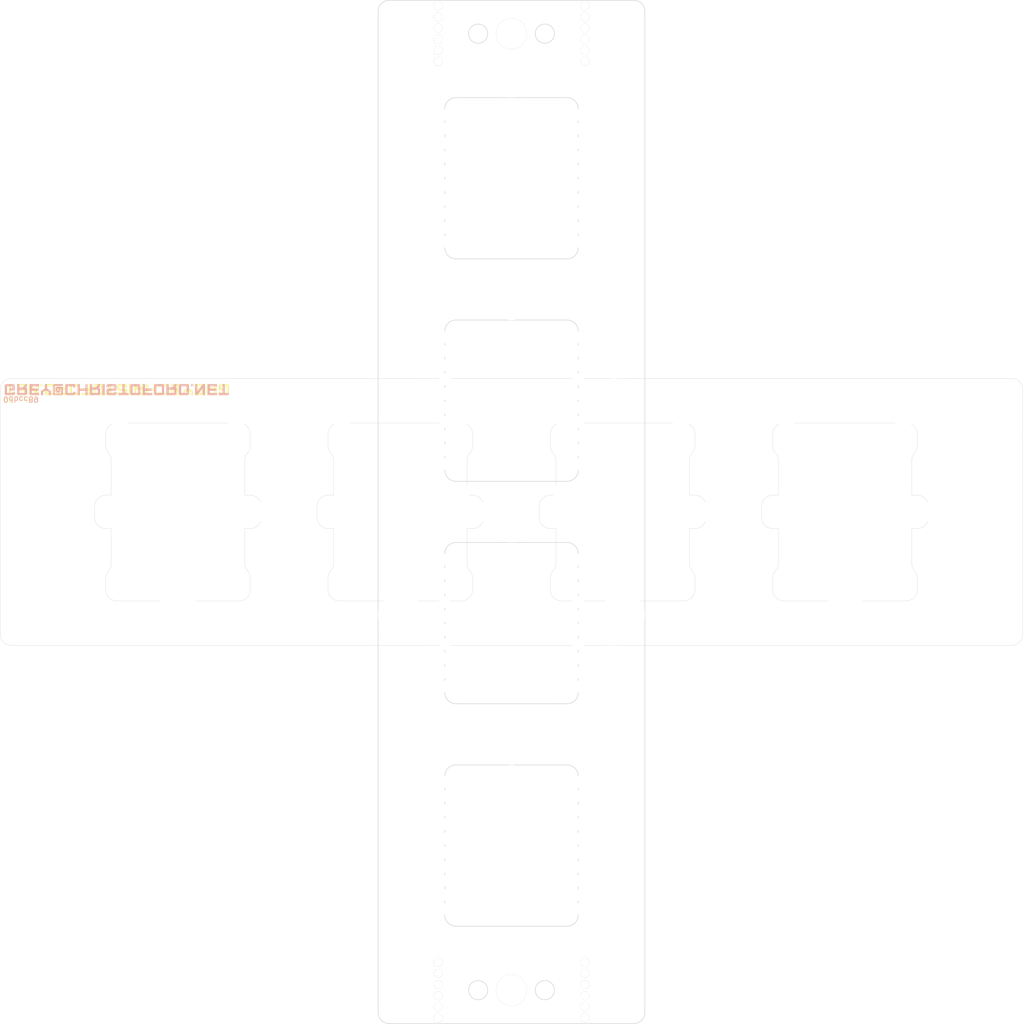
<source format=kicad_pcb>
(kicad_pcb (version 20210722) (generator pcbnew)
  (layers (0 "F.Cu" signal) (31 "B.Cu" signal) (34 "B.Paste" user) (35 "F.Paste" user) (36 "B.SilkS" user "B.Silkscreen") (37 "F.SilkS" user "F.Silkscreen") (38 "B.Mask" user) (39 "F.Mask" user) (44 "Edge.Cuts" user))
  (net 0 "")
  (footprint "" (layer "F.Cu") (at 14 59)
    (fp_text reference "")
    (fp_text value "")
  )
  (footprint "" (layer "F.Cu") (at -12 8.59)
    (fp_text reference "")
    (fp_text value "")
  )
  (footprint "custom_footprints:MountingHole_1.0mm" (layer "F.Cu") (at -89 -13.2)
    (fp_text reference "H14" hide)
    (fp_text value "MountingHole" hide)
  )
  (footprint "custom_footprints:MountingHole_1.0mm" (layer "F.Cu") (at -81 13.2)
    (fp_text reference "H6" hide)
    (fp_text value "MountingHole" hide)
  )
  (footprint "" (layer "F.Cu") (at 0 1.5)
    (fp_text reference "")
    (fp_text value "")
  )
  (footprint "" (layer "F.Cu") (at -16 -67)
    (fp_text reference "")
    (fp_text value "")
  )
  (footprint "" (layer "F.Cu") (at -14 15)
    (fp_text reference "")
    (fp_text value "")
  )
  (footprint "" (layer "F.Cu") (at 13.2 -91)
    (fp_text reference "")
    (fp_text value "")
  )
  (footprint "" (layer "F.Cu") (at 13.2 85)
    (fp_text reference "")
    (fp_text value "")
  )
  (footprint "" (layer "F.Cu") (at 13.2 -89)
    (fp_text reference "")
    (fp_text value "")
  )
  (footprint "" (layer "F.Cu") (at -16.5 29)
    (fp_text reference "")
    (fp_text value "")
  )
  (footprint "" (layer "F.Cu") (at -12 -8.59)
    (fp_text reference "")
    (fp_text value "")
  )
  (footprint "" (layer "F.Cu") (at -13.2 89)
    (fp_text reference "")
    (fp_text value "")
  )
  (footprint "custom_footprints:MountingHole_1.0mm" (layer "F.Cu") (at 83 13.2)
    (fp_text reference "H13" hide)
    (fp_text value "MountingHole" hide)
  )
  (footprint "custom_footprints:MountingHole_1.0mm" (layer "F.Cu") (at -87 -13.2)
    (fp_text reference "H20" hide)
    (fp_text value "MountingHole" hide)
  )
  (footprint "" (layer "F.Cu") (at -13.2 -87)
    (fp_text reference "")
    (fp_text value "")
  )
  (footprint "" (layer "F.Cu") (at -13.2 87)
    (fp_text reference "")
    (fp_text value "")
  )
  (footprint "" (layer "F.Cu") (at -16 -63)
    (fp_text reference "")
    (fp_text value "")
  )
  (footprint "" (layer "F.Cu") (at 16 19)
    (fp_text reference "")
    (fp_text value "")
  )
  (footprint "" (layer "F.Cu") (at -13.2 87)
    (fp_text reference "")
    (fp_text value "")
  )
  (footprint "" (layer "F.Cu") (at -14 -61)
    (fp_text reference "")
    (fp_text value "")
  )
  (footprint "" (layer "F.Cu") (at 6 86)
    (fp_text reference "")
    (fp_text value "")
  )
  (footprint "" (layer "F.Cu") (at -14 67)
    (fp_text reference "")
    (fp_text value "")
  )
  (footprint "" (layer "F.Cu") (at -15 75)
    (fp_text reference "")
    (fp_text value "")
  )
  (footprint "" (layer "F.Cu") (at 12 -68.91)
    (fp_text reference "")
    (fp_text value "")
  )
  (footprint "custom_footprints:MountingHole_3.15mm" (layer "F.Cu") (at 9.5 -16.5)
    (fp_text reference "H45" hide)
    (fp_text value "MountingHole" hide)
  )
  (footprint "" (layer "F.Cu") (at 16 57)
    (fp_text reference "")
    (fp_text value "")
  )
  (footprint "" (layer "F.Cu") (at -12 -53.67)
    (fp_text reference "")
    (fp_text value "")
  )
  (footprint "" (layer "F.Cu") (at 14 -17)
    (fp_text reference "")
    (fp_text value "")
  )
  (footprint "" (layer "F.Cu") (at -14 -25)
    (fp_text reference "")
    (fp_text value "")
  )
  (footprint "custom_footprints:MountingHole_3.15mm" (layer "F.Cu") (at 43.5 10.5)
    (fp_text reference "H51" hide)
    (fp_text value "MountingHole" hide)
  )
  (footprint "" (layer "F.Cu") (at -14 21)
    (fp_text reference "")
    (fp_text value "")
  )
  (footprint "" (layer "F.Cu") (at -12 -31.41)
    (fp_text reference "")
    (fp_text value "")
  )
  (footprint "" (layer "F.Cu") (at 12 -8.59)
    (fp_text reference "")
    (fp_text value "")
  )
  (footprint "" (layer "F.Cu") (at 12 26.33)
    (fp_text reference "")
    (fp_text value "")
  )
  (footprint "" (layer "F.Cu") (at -16 31)
    (fp_text reference "")
    (fp_text value "")
  )
  (footprint "" (layer "F.Cu") (at -14.723446 4.608757)
    (fp_text reference "")
    (fp_text value "")
  )
  (footprint "" (layer "F.Cu") (at 9 36.5)
    (fp_text reference "")
    (fp_text value "")
  )
  (footprint "" (layer "F.Cu") (at -16 13)
    (fp_text reference "")
    (fp_text value "")
  )
  (footprint "custom_footprints:MountingHole_3.45mm" (layer "F.Cu") (at 86 -6)
    (fp_text reference "H26" hide)
    (fp_text value "MountingHole" hide)
  )
  (footprint "" (layer "F.Cu") (at 14 -15)
    (fp_text reference "")
    (fp_text value "")
  )
  (footprint "" (layer "F.Cu") (at 12 -71.41)
    (fp_text reference "")
    (fp_text value "")
  )
  (footprint "" (layer "F.Cu") (at -16.5 69)
    (fp_text reference "")
    (fp_text value "")
  )
  (footprint "" (layer "F.Cu") (at 13.2 -85)
    (fp_text reference "")
    (fp_text value "")
  )
  (footprint "" (layer "F.Cu") (at -14 -59)
    (fp_text reference "")
    (fp_text value "")
  )
  (footprint "" (layer "F.Cu") (at 0 -86)
    (fp_text reference "")
    (fp_text value "")
  )
  (footprint "" (layer "F.Cu") (at -16 27)
    (fp_text reference "")
    (fp_text value "")
  )
  (footprint "" (layer "F.Cu") (at -12 -23.83)
    (fp_text reference "")
    (fp_text value "")
  )
  (footprint "" (layer "F.Cu") (at -12 48.59)
    (fp_text reference "")
    (fp_text value "")
  )
  (footprint "custom_footprints:MountingHole_1.0mm" (layer "F.Cu") (at 81 13.2)
    (fp_text reference "H7" hide)
    (fp_text value "MountingHole" hide)
  )
  (footprint "" (layer "F.Cu") (at 13.2 87)
    (fp_text reference "")
    (fp_text value "")
  )
  (footprint "custom_footprints:MountingHole_1.0mm" (layer "F.Cu") (at -85 13.2)
    (fp_text reference "H16" hide)
    (fp_text value "MountingHole" hide)
  )
  (footprint "MountingHole:MountingHole_5.5mm" (layer "F.Cu") (at -86 0)
    (fp_text reference "H27" hide)
    (fp_text value "MountingHole")
  )
  (footprint "" (layer "F.Cu") (at -6 86)
    (fp_text reference "")
    (fp_text value "")
  )
  (footprint "" (layer "F.Cu") (at 12 53.67)
    (fp_text reference "")
    (fp_text value "")
  )
  (footprint "" (layer "F.Cu") (at -16 11)
    (fp_text reference "")
    (fp_text value "")
  )
  (footprint "" (layer "F.Cu") (at -14 -29)
    (fp_text reference "")
    (fp_text value "")
  )
  (footprint "" (layer "F.Cu") (at -12 -51.09)
    (fp_text reference "")
    (fp_text value "")
  )
  (footprint "" (layer "F.Cu") (at -16 59)
    (fp_text reference "")
    (fp_text value "")
  )
  (footprint "custom_footprints:MountingHole_1.0mm" (layer "F.Cu") (at -85 -13.2)
    (fp_text reference "H23" hide)
    (fp_text value "MountingHole" hide)
  )
  (footprint "custom_footprints:MountingHole_3.15mm" (layer "F.Cu") (at 43.5 -10.5)
    (fp_text reference "H42" hide)
    (fp_text value "MountingHole" hide)
  )
  (footprint "custom_footprints:MountingHole_3.15mm" (layer "F.Cu") (at -76.5 10.5)
    (fp_text reference "H31" hide)
    (fp_text value "MountingHole" hide)
  )
  (footprint "" (layer "F.Cu") (at 14 -9)
    (fp_text reference "")
    (fp_text value "")
  )
  (footprint "" (layer "F.Cu") (at -14 -67)
    (fp_text reference "")
    (fp_text value "")
  )
  (footprint "custom_footprints:MountingHole_1.0mm" (layer "F.Cu") (at 91 -13.2)
    (fp_text reference "H9" hide)
    (fp_text value "MountingHole" hide)
  )
  (footprint "" (layer "F.Cu") (at 16 65)
    (fp_text reference "")
    (fp_text value "")
  )
  (footprint "" (layer "F.Cu") (at 13.2 83)
    (fp_text reference "")
    (fp_text value "")
  )
  (footprint "" (layer "F.Cu") (at 12 -51.09)
    (fp_text reference "")
    (fp_text value "")
  )
  (footprint "" (layer "F.Cu") (at -16.5 51)
    (fp_text reference "")
    (fp_text value "")
  )
  (footprint "" (layer "F.Cu") (at 13.2 -91)
    (fp_text reference "")
    (fp_text value "")
  )
  (footprint "" (layer "F.Cu") (at -13.2 83)
    (fp_text reference "")
    (fp_text value "")
  )
  (footprint "" (layer "F.Cu") (at -12 16.17)
    (fp_text reference "")
    (fp_text value "")
  )
  (footprint "" (layer "F.Cu") (at -14 31)
    (fp_text reference "")
    (fp_text value "")
  )
  (footprint "" (layer "F.Cu") (at 16 59)
    (fp_text reference "")
    (fp_text value "")
  )
  (footprint "" (layer "F.Cu") (at 16 13)
    (fp_text reference "")
    (fp_text value "")
  )
  (footprint "" (layer "F.Cu") (at 16 61)
    (fp_text reference "")
    (fp_text value "")
  )
  (footprint "custom_footprints:MountingHole_3.15mm" (layer "F.Cu") (at -30.5 -16.5)
    (fp_text reference "H41" hide)
    (fp_text value "MountingHole" hide)
  )
  (footprint "" (layer "F.Cu") (at 12 56.17)
    (fp_text reference "")
    (fp_text value "")
  )
  (footprint "" (layer "F.Cu") (at -14 71)
    (fp_text reference "")
    (fp_text value "")
  )
  (footprint "" (layer "F.Cu") (at -14 11)
    (fp_text reference "")
    (fp_text value "")
  )
  (footprint "" (layer "F.Cu") (at -12 18.75)
    (fp_text reference "")
    (fp_text value "")
  )
  (footprint "" (layer "F.Cu") (at 12 8.59)
    (fp_text reference "")
    (fp_text value "")
  )
  (footprint "" (layer "F.Cu") (at -14 -15)
    (fp_text reference "")
    (fp_text value "")
  )
  (footprint "" (layer "F.Cu") (at 15.391242 -5.276553)
    (fp_text reference "")
    (fp_text value "")
  )
  (footprint "" (layer "F.Cu") (at 13.2 -87)
    (fp_text reference "")
    (fp_text value "")
  )
  (footprint "" (layer "F.Cu") (at 14 21)
    (fp_text reference "")
    (fp_text value "")
  )
  (footprint "" (layer "F.Cu") (at 16 55)
    (fp_text reference "")
    (fp_text value "")
  )
  (footprint "" (layer "F.Cu") (at -12 -71.41)
    (fp_text reference "")
    (fp_text value "")
  )
  (footprint "" (layer "F.Cu") (at 13.2 81)
    (fp_text reference "")
    (fp_text value "")
  )
  (footprint "" (layer "F.Cu") (at 12 -66.33)
    (fp_text reference "")
    (fp_text value "")
  )
  (footprint "" (layer "F.Cu") (at -16 -19)
    (fp_text reference "")
    (fp_text value "")
  )
  (footprint "" (layer "F.Cu") (at 14 -19)
    (fp_text reference "")
    (fp_text value "")
  )
  (footprint "" (layer "F.Cu") (at -6 -86)
    (fp_text reference "")
    (fp_text value "")
  )
  (footprint "" (layer "F.Cu") (at 14 29)
    (fp_text reference "")
    (fp_text value "")
  )
  (footprint "" (layer "F.Cu") (at 14 -25)
    (fp_text reference "")
    (fp_text value "")
  )
  (footprint "" (layer "F.Cu") (at -13.2 -85)
    (fp_text reference "")
    (fp_text value "")
  )
  (footprint "" (layer "F.Cu") (at 14 55)
    (fp_text reference "")
    (fp_text value "")
  )
  (footprint "" (layer "F.Cu") (at -14 -57)
    (fp_text reference "")
    (fp_text value "")
  )
  (footprint "" (layer "F.Cu") (at 12 31.41)
    (fp_text reference "")
    (fp_text value "")
  )
  (footprint "" (layer "F.Cu") (at -9 -43.5)
    (fp_text reference "")
    (fp_text value "")
  )
  (footprint "" (layer "F.Cu") (at 14 53)
    (fp_text reference "")
    (fp_text value "")
  )
  (footprint "" (layer "F.Cu") (at -14 55)
    (fp_text reference "")
    (fp_text value "")
  )
  (footprint "" (layer "F.Cu") (at 18.5 20)
    (fp_text reference "")
    (fp_text value "")
  )
  (footprint "" (layer "F.Cu") (at 13.2 91)
    (fp_text reference "")
    (fp_text value "")
  )
  (footprint "" (layer "F.Cu") (at 12 -48.59)
    (fp_text reference "")
    (fp_text value "")
  )
  (footprint "" (layer "F.Cu") (at 14 -71)
    (fp_text reference "")
    (fp_text value "")
  )
  (footprint "" (layer "F.Cu") (at 12 71.41)
    (fp_text reference "")
    (fp_text value "")
  )
  (footprint "custom_footprints:MountingHole_3.15mm" (layer "F.Cu") (at -70.5 -16.5)
    (fp_text reference "H32" hide)
    (fp_text value "MountingHole" hide)
  )
  (footprint "" (layer "F.Cu") (at 14 -69)
    (fp_text reference "")
    (fp_text value "")
  )
  (footprint "" (layer "F.Cu") (at -15 35)
    (fp_text reference "")
    (fp_text value "")
  )
  (footprint "" (layer "F.Cu") (at -14 -23)
    (fp_text reference "")
    (fp_text value "")
  )
  (footprint "" (layer "F.Cu") (at -16 63)
    (fp_text reference "")
    (fp_text value "")
  )
  (footprint "" (layer "F.Cu") (at -14 49)
    (fp_text reference "")
    (fp_text value "")
  )
  (footprint "custom_footprints:MountingHole_8.0mm" (layer "F.Cu") (at -1.5 0)
    (fp_text reference "H46" hide)
    (fp_text value "MountingHole" hide)
  )
  (footprint "" (layer "F.Cu") (at 16 21)
    (fp_text reference "")
    (fp_text value "")
  )
  (footprint "" (layer "F.Cu") (at -16 51)
    (fp_text reference "")
    (fp_text value "")
  )
  (footprint "" (layer "F.Cu") (at 14 -27)
    (fp_text reference "")
    (fp_text value "")
  )
  (footprint "" (layer "F.Cu") (at -12 53.67)
    (fp_text reference "")
    (fp_text value "")
  )
  (footprint "" (layer "F.Cu") (at -12 28.91)
    (fp_text reference "")
    (fp_text value "")
  )
  (footprint "" (layer "F.Cu") (at 14 -11)
    (fp_text reference "")
    (fp_text value "")
  )
  (footprint "" (layer "F.Cu") (at -6 -86)
    (fp_text reference "")
    (fp_text value "")
  )
  (footprint "" (layer "F.Cu") (at -14 -71)
    (fp_text reference "")
    (fp_text value "")
  )
  (footprint "" (layer "F.Cu") (at 15.391242 44.608757)
    (fp_text reference "")
    (fp_text value "")
  )
  (footprint "" (layer "F.Cu") (at 14 -57)
    (fp_text reference "")
    (fp_text value "")
  )
  (footprint "" (layer "F.Cu") (at -16 -21)
    (fp_text reference "")
    (fp_text value "")
  )
  (footprint "" (layer "F.Cu") (at -16 25)
    (fp_text reference "")
    (fp_text value "")
  )
  (footprint "" (layer "F.Cu") (at 6 -86)
    (fp_text reference "")
    (fp_text value "")
  )
  (footprint "" (layer "F.Cu") (at -12 26.33)
    (fp_text reference "")
    (fp_text value "")
  )
  (footprint "" (layer "F.Cu") (at 16 -61)
    (fp_text reference "")
    (fp_text value "")
  )
  (footprint "" (layer "F.Cu") (at 16 63)
    (fp_text reference "")
    (fp_text value "")
  )
  (footprint "" (layer "F.Cu") (at -9 76.5)
    (fp_text reference "")
    (fp_text value "")
  )
  (footprint "" (layer "F.Cu") (at -13.2 85)
    (fp_text reference "")
    (fp_text value "")
  )
  (footprint "" (layer "F.Cu") (at 14 15)
    (fp_text reference "")
    (fp_text value "")
  )
  (footprint "" (layer "F.Cu") (at 13.2 89)
    (fp_text reference "")
    (fp_text value "")
  )
  (footprint "" (layer "F.Cu") (at -16 -17)
    (fp_text reference "")
    (fp_text value "")
  )
  (footprint "" (layer "F.Cu") (at -14 9)
    (fp_text reference "")
    (fp_text value "")
  )
  (footprint "custom_footprints:MountingHole_1.0mm" (layer "F.Cu") (at 87 13.2)
    (fp_text reference "H1" hide)
    (fp_text value "MountingHole" hide)
  )
  (footprint "" (layer "F.Cu") (at -14 23)
    (fp_text reference "")
    (fp_text value "")
  )
  (footprint "" (layer "F.Cu") (at 13.2 -89)
    (fp_text reference "")
    (fp_text value "")
  )
  (footprint "" (layer "F.Cu") (at 12 66.33)
    (fp_text reference "")
    (fp_text value "")
  )
  (footprint "" (layer "F.Cu") (at -12 31.41)
    (fp_text reference "")
    (fp_text value "")
  )
  (footprint "" (layer "F.Cu") (at 14 71)
    (fp_text reference "")
    (fp_text value "")
  )
  (footprint "" (layer "F.Cu") (at 0 -86)
    (fp_text reference "")
    (fp_text value "")
  )
  (footprint "" (layer "F.Cu") (at 16 23)
    (fp_text reference "")
    (fp_text value "")
  )
  (footprint "" (layer "F.Cu") (at 13.2 89)
    (fp_text reference "")
    (fp_text value "")
  )
  (footprint "" (layer "F.Cu") (at 12 -63.83)
    (fp_text reference "")
    (fp_text value "")
  )
  (footprint "custom_footprints:MountingHole_3.15mm" (layer "F.Cu") (at -36.5 -10.5)
    (fp_text reference "H39" hide)
    (fp_text value "MountingHole" hide)
  )
  (footprint "" (layer "F.Cu") (at -15 -5)
    (fp_text reference "")
    (fp_text value "")
  )
  (footprint "" (layer "F.Cu") (at 18.5 60)
    (fp_text reference "")
    (fp_text value "")
  )
  (footprint "" (layer "F.Cu") (at 16 49)
    (fp_text reference "")
    (fp_text value "")
  )
  (footprint "" (layer "F.Cu") (at -12 -21.25)
    (fp_text reference "")
    (fp_text value "")
  )
  (footprint "" (layer "F.Cu") (at 0 41.5)
    (fp_text reference "")
    (fp_text value "")
  )
  (footprint "custom_footprints:MountingHole_8.0mm" (layer "F.Cu") (at -60 18.5)
    (fp_text reference "H34" hide)
    (fp_text value "MountingHole" hide)
  )
  (footprint "" (layer "F.Cu") (at -13.2 91)
    (fp_text reference "")
    (fp_text value "")
  )
  (footprint "" (layer "F.Cu") (at -16 29)
    (fp_text reference "")
    (fp_text value "")
  )
  (footprint "" (layer "F.Cu") (at -16 57)
    (fp_text reference "")
    (fp_text value "")
  )
  (footprint "" (layer "F.Cu") (at -16 61)
    (fp_text reference "")
    (fp_text value "")
  )
  (footprint "" (layer "F.Cu") (at -16 -51)
    (fp_text reference "")
    (fp_text value "")
  )
  (footprint "" (layer "F.Cu") (at 15.391242 -75.391242)
    (fp_text reference "")
    (fp_text value "")
  )
  (footprint "" (layer "F.Cu") (at -13.2 -91)
    (fp_text reference "")
    (fp_text value "")
  )
  (footprint "" (layer "F.Cu") (at -14.723446 -35.391242)
    (fp_text reference "")
    (fp_text value "")
  )
  (footprint "" (layer "F.Cu") (at 18.5 -60)
    (fp_text reference "")
    (fp_text value "")
  )
  (footprint "" (layer "F.Cu") (at 12 18.75)
    (fp_text reference "")
    (fp_text value "")
  )
  (footprint "" (layer "F.Cu") (at 13.2 85)
    (fp_text reference "")
    (fp_text value "")
  )
  (footprint "" (layer "F.Cu") (at -13.2 85)
    (fp_text reference "")
    (fp_text value "")
  )
  (footprint "" (layer "F.Cu") (at -12 68.91)
    (fp_text reference "")
    (fp_text value "")
  )
  (footprint "" (layer "F.Cu") (at 14 65)
    (fp_text reference "")
    (fp_text value "")
  )
  (footprint "" (layer "F.Cu") (at 16 -23)
    (fp_text reference "")
    (fp_text value "")
  )
  (footprint "" (layer "F.Cu") (at -16 15)
    (fp_text reference "")
    (fp_text value "")
  )
  (footprint "custom_footprints:MountingHole_8.0mm" (layer "F.Cu") (at 20 18.5)
    (fp_text reference "H47" hide)
    (fp_text value "MountingHole" hide)
  )
  (footprint "" (layer "F.Cu") (at -14 -65)
    (fp_text reference "")
    (fp_text value "")
  )
  (footprint "" (layer "F.Cu") (at -12 63.83)
    (fp_text reference "")
    (fp_text value "")
  )
  (footprint "" (layer "F.Cu") (at -13.2 81)
    (fp_text reference "")
    (fp_text value "")
  )
  (footprint "" (layer "F.Cu") (at 12 68.91)
    (fp_text reference "")
    (fp_text value "")
  )
  (footprint "" (layer "F.Cu") (at -14 69)
    (fp_text reference "")
    (fp_text value "")
  )
  (footprint "" (layer "F.Cu") (at 12 -28.91)
    (fp_text reference "")
    (fp_text value "")
  )
  (footprint "" (layer "F.Cu") (at -16.5 -11)
    (fp_text reference "")
    (fp_text value "")
  )
  (footprint "" (layer "F.Cu") (at 0 86)
    (fp_text reference "")
    (fp_text value "")
  )
  (footprint "" (layer "F.Cu") (at -16 67)
    (fp_text reference "")
    (fp_text value "")
  )
  (footprint "" (layer "F.Cu") (at 14 11)
    (fp_text reference "")
    (fp_text value "")
  )
  (footprint "" (layer "F.Cu") (at 13.2 -91)
    (fp_text reference "")
    (fp_text value "")
  )
  (footprint "" (layer "F.Cu") (at 16 -63)
    (fp_text reference "")
    (fp_text value "")
  )
  (footprint "custom_footprints:MountingHole_8.0mm" (layer "F.Cu") (at -20 18.5)
    (fp_text reference "H53" hide)
    (fp_text value "MountingHole" hide)
  )
  (footprint "" (layer "F.Cu") (at 15.391242 74.723446)
    (fp_text reference "")
    (fp_text value "")
  )
  (footprint "" (layer "F.Cu") (at -14 19)
    (fp_text reference "")
    (fp_text value "")
  )
  (footprint "" (layer "F.Cu") (at 16 71)
    (fp_text reference "")
    (fp_text value "")
  )
  (footprint "custom_footprints:MountingHole_1.0mm" (layer "F.Cu") (at -91 -13.2)
    (fp_text reference "H21" hide)
    (fp_text value "MountingHole" hide)
  )
  (footprint "" (layer "F.Cu") (at 15.391242 34.723446)
    (fp_text reference "")
    (fp_text value "")
  )
  (footprint "" (layer "F.Cu") (at 9 76.5)
    (fp_text reference "")
    (fp_text value "")
  )
  (footprint "" (layer "F.Cu") (at 16 -71)
    (fp_text reference "")
    (fp_text value "")
  )
  (footprint "" (layer "F.Cu") (at -16 -55)
    (fp_text reference "")
    (fp_text value "")
  )
  (footprint "" (layer "F.Cu") (at 12 48.59)
    (fp_text reference "")
    (fp_text value "")
  )
  (footprint "" (layer "F.Cu") (at 14 19)
    (fp_text reference "")
    (fp_text value "")
  )
  (footprint "" (layer "F.Cu") (at 16 -31)
    (fp_text reference "")
    (fp_text value "")
  )
  (footprint "" (layer "F.Cu") (at 6 86)
    (fp_text reference "")
    (fp_text value "")
  )
  (footprint "" (layer "F.Cu") (at -16 21)
    (fp_text reference "")
    (fp_text value "")
  )
  (footprint "" (layer "F.Cu") (at 9 -43.5)
    (fp_text reference "")
    (fp_text value "")
  )
  (footprint "" (layer "F.Cu") (at -14 -13)
    (fp_text reference "")
    (fp_text value "")
  )
  (footprint "" (layer "F.Cu") (at 12 -58.75)
    (fp_text reference "")
    (fp_text value "")
  )
  (footprint "" (layer "F.Cu") (at -16 -25)
    (fp_text reference "")
    (fp_text value "")
  )
  (footprint "" (layer "F.Cu") (at -16 -59)
    (fp_text reference "")
    (fp_text value "")
  )
  (footprint "" (layer "F.Cu") (at 13.2 -83)
    (fp_text reference "")
    (fp_text value "")
  )
  (footprint "" (layer "F.Cu") (at 13.2 89)
    (fp_text reference "")
    (fp_text value "")
  )
  (footprint "" (layer "F.Cu") (at 14 27)
    (fp_text reference "")
    (fp_text value "")
  )
  (footprint "" (layer "F.Cu") (at -14 -63)
    (fp_text reference "")
    (fp_text value "")
  )
  (footprint "" (layer "F.Cu") (at -14 27)
    (fp_text reference "")
    (fp_text value "")
  )
  (footprint "" (layer "F.Cu") (at 14 49)
    (fp_text reference "")
    (fp_text value "")
  )
  (footprint "custom_footprints:logo" (layer "F.Cu") (at -71 -22 180)
    (fp_text reference "LOGO1" hide)
    (fp_text value "Logo_Open_Hardware_Small" hide)
  )
  (footprint "" (layer "F.Cu") (at -16 -69)
    (fp_text reference "")
    (fp_text value "")
  )
  (footprint "" (layer "F.Cu") (at 16 25)
    (fp_text reference "")
    (fp_text value "")
  )
  (footprint "" (layer "F.Cu") (at 14 -21)
    (fp_text reference "")
    (fp_text value "")
  )
  (footprint "" (layer "F.Cu") (at -12 11.09)
    (fp_text reference "")
    (fp_text value "")
  )
  (footprint "" (layer "F.Cu") (at -12 -48.59)
    (fp_text reference "")
    (fp_text value "")
  )
  (footprint "custom_footprints:MountingHole_3.15mm" (layer "F.Cu") (at 70.5 -16.5)
    (fp_text reference "H43" hide)
    (fp_text value "MountingHole" hide)
  )
  (footprint "" (layer "F.Cu") (at 12 -23.83)
    (fp_text reference "")
    (fp_text value "")
  )
  (footprint "" (layer "F.Cu") (at 12 -13.67)
    (fp_text reference "")
    (fp_text value "")
  )
  (footprint "" (layer "F.Cu") (at 13.2 -89)
    (fp_text reference "")
    (fp_text value "")
  )
  (footprint "" (layer "F.Cu") (at 12 58.75)
    (fp_text reference "")
    (fp_text value "")
  )
  (footprint "" (layer "F.Cu") (at -14.723446 -75.391242)
    (fp_text reference "")
    (fp_text value "")
  )
  (footprint "" (layer "F.Cu") (at 12 -26.33)
    (fp_text reference "")
    (fp_text value "")
  )
  (footprint "" (layer "F.Cu") (at 13.2 87)
    (fp_text reference "")
    (fp_text value "")
  )
  (footprint "custom_footprints:MountingHole_1.0mm" (layer "F.Cu") (at 89 -13.2)
    (fp_text reference "H8" hide)
    (fp_text value "MountingHole" hide)
  )
  (footprint "" (layer "F.Cu") (at -12 -61.25)
    (fp_text reference "")
    (fp_text value "")
  )
  (footprint "" (layer "F.Cu") (at -12 71.41)
    (fp_text reference "")
    (fp_text value "")
  )
  (footprint "" (layer "F.Cu") (at 14 -59)
    (fp_text reference "")
    (fp_text value "")
  )
  (footprint "" (layer "F.Cu") (at 16 -67)
    (fp_text reference "")
    (fp_text value "")
  )
  (footprint "" (layer "F.Cu") (at 12 51.09)
    (fp_text reference "")
    (fp_text value "")
  )
  (footprint "" (layer "F.Cu") (at -6 -86)
    (fp_text reference "")
    (fp_text value "")
  )
  (footprint "" (layer "F.Cu") (at 16 11)
    (fp_text reference "")
    (fp_text value "")
  )
  (footprint "" (layer "F.Cu") (at -12 -28.91)
    (fp_text reference "")
    (fp_text value "")
  )
  (footprint "" (layer "F.Cu") (at -14 -55)
    (fp_text reference "")
    (fp_text value "")
  )
  (footprint "" (layer "F.Cu") (at 12 28.91)
    (fp_text reference "")
    (fp_text value "")
  )
  (footprint "" (layer "F.Cu") (at -16 -27)
    (fp_text reference "")
    (fp_text value "")
  )
  (footprint "" (layer "F.Cu") (at -13.2 -91)
    (fp_text reference "")
    (fp_text value "")
  )
  (footprint "" (layer "F.Cu") (at 12 -56.17)
    (fp_text reference "")
    (fp_text value "")
  )
  (footprint "" (layer "F.Cu") (at 14 31)
    (fp_text reference "")
    (fp_text value "")
  )
  (footprint "" (layer "F.Cu") (at -13.2 83)
    (fp_text reference "")
    (fp_text value "")
  )
  (footprint "" (layer "F.Cu") (at -14.723446 -5.276553)
    (fp_text reference "")
    (fp_text value "")
  )
  (footprint "" (layer "F.Cu") (at -16 -9)
    (fp_text reference "")
    (fp_text value "")
  )
  (footprint "" (layer "F.Cu") (at -14 17)
    (fp_text reference "")
    (fp_text value "")
  )
  (footprint "custom_footprints:MountingHole_1.0mm" (layer "F.Cu") (at -89 13.2)
    (fp_text reference "H22" hide)
    (fp_text value "MountingHole" hide)
  )
  (footprint "" (layer "F.Cu") (at 14 63)
    (fp_text reference "")
    (fp_text value "")
  )
  (footprint "custom_footprints:MountingHole_1.0mm" (layer "F.Cu") (at -87 13.2)
    (fp_text reference "H17" hide)
    (fp_text value "MountingHole" hide)
  )
  (footprint "custom_footprints:MountingHole_1.0mm" (layer "F.Cu") (at -81 -13.2)
    (fp_text reference "H19" hide)
    (fp_text value "MountingHole" hide)
  )
  (footprint "" (layer "F.Cu") (at 16 -9)
    (fp_text reference "")
    (fp_text value "")
  )
  (footprint "" (layer "F.Cu") (at -13.2 -81)
    (fp_text reference "")
    (fp_text value "")
  )
  (footprint "" (layer "F.Cu") (at 14 -13)
    (fp_text reference "")
    (fp_text value "")
  )
  (footprint "" (layer "F.Cu") (at -12 51.09)
    (fp_text reference "")
    (fp_text value "")
  )
  (footprint "" (layer "F.Cu") (at 14 -55)
    (fp_text reference "")
    (fp_text value "")
  )
  (footprint "custom_footprints:MountingHole_1.0mm" (layer "F.Cu") (at 85 13.2)
    (fp_text reference "H24" hide)
    (fp_text value "MountingHole" hide)
  )
  (footprint "" (layer "F.Cu") (at -13.2 87)
    (fp_text reference "")
    (fp_text value "")
  )
  (footprint "" (layer "F.Cu") (at -13.2 83)
    (fp_text reference "")
    (fp_text value "")
  )
  (footprint "custom_footprints:MountingHole_3.45mm" (layer "F.Cu") (at 86 6)
    (fp_text reference "H30" hide)
    (fp_text value "MountingHole" hide)
  )
  (footprint "" (layer "F.Cu") (at 16 69)
    (fp_text reference "")
    (fp_text value "")
  )
  (footprint "" (layer "F.Cu") (at 12 -21.25)
    (fp_text reference "")
    (fp_text value "")
  )
  (footprint "" (layer "F.Cu") (at 13.2 91)
    (fp_text reference "")
    (fp_text value "")
  )
  (footprint "custom_footprints:MountingHole_1.0mm" (layer "F.Cu") (at 83 -13.2)
    (fp_text reference "H4" hide)
    (fp_text value "MountingHole" hide)
  )
  (footprint "" (layer "F.Cu") (at -13.2 -89)
    (fp_text reference "")
    (fp_text value "")
  )
  (footprint "" (layer "F.Cu") (at -12 -56.17)
    (fp_text reference "")
    (fp_text value "")
  )
  (footprint "" (layer "F.Cu") (at -16 71)
    (fp_text reference "")
    (fp_text value "")
  )
  (footprint "" (layer "F.Cu") (at -14 59)
    (fp_text reference "")
    (fp_text value "")
  )
  (footprint "" (layer "F.Cu") (at -14 53)
    (fp_text reference "")
    (fp_text value "")
  )
  (footprint "" (layer "F.Cu") (at -12 21.25)
    (fp_text reference "")
    (fp_text value "")
  )
  (footprint "" (layer "F.Cu") (at -12 -18.75)
    (fp_text reference "")
    (fp_text value "")
  )
  (footprint "" (layer "F.Cu") (at -16 9)
    (fp_text reference "")
    (fp_text value "")
  )
  (footprint "" (layer "F.Cu") (at 14 57)
    (fp_text reference "")
    (fp_text value "")
  )
  (footprint "custom_footprints:MountingHole_1.0mm" (layer "F.Cu") (at 81 -13.2)
    (fp_text reference "H2" hide)
    (fp_text value "MountingHole" hide)
  )
  (footprint "" (layer "F.Cu") (at 16 -49)
    (fp_text reference "")
    (fp_text value "")
  )
  (footprint "custom_footprints:MountingHole_1.0mm" (layer "F.Cu") (at 85 -13.2)
    (fp_text reference "H11" hide)
    (fp_text value "MountingHole" hide)
  )
  (footprint "" (layer "F.Cu") (at -16 -11)
    (fp_text reference "")
    (fp_text value "")
  )
  (footprint "" (layer "F.Cu") (at 14 61)
    (fp_text reference "")
    (fp_text value "")
  )
  (footprint "" (layer "F.Cu") (at -14 -69)
    (fp_text reference "")
    (fp_text value "")
  )
  (footprint "" (layer "F.Cu") (at -13.2 -87)
    (fp_text reference "")
    (fp_text value "")
  )
  (footprint "" (layer "F.Cu") (at -14 -49)
    (fp_text reference "")
    (fp_text value "")
  )
  (footprint "" (layer "F.Cu") (at -13.2 85)
    (fp_text reference "")
    (fp_text value "")
  )
  (footprint "custom_footprints:MountingHole_3.15mm" (layer "F.Cu") (at 49.5 -16.5)
    (fp_text reference "H49" hide)
    (fp_text value "MountingHole" hide)
  )
  (footprint "" (layer "F.Cu") (at 14 23)
    (fp_text reference "")
    (fp_text value "")
  )
  (footprint "" (layer "F.Cu") (at -12 56.17)
    (fp_text reference "")
    (fp_text value "")
  )
  (footprint "" (layer "F.Cu") (at -12 -26.33)
    (fp_text reference "")
    (fp_text value "")
  )
  (footprint "custom_footprints:MountingHole_8.0mm" (layer "F.Cu") (at 60 18.5)
    (fp_text reference "H54" hide)
    (fp_text value "MountingHole" hide)
  )
  (footprint "" (layer "F.Cu") (at 0 -38.5)
    (fp_text reference "")
    (fp_text value "")
  )
  (footprint "" (layer "F.Cu") (at -13.2 -89)
    (fp_text reference "")
    (fp_text value "")
  )
  (footprint "" (layer "F.Cu") (at -14 57)
    (fp_text reference "")
    (fp_text value "")
  )
  (footprint "" (layer "F.Cu") (at -12 58.75)
    (fp_text reference "")
    (fp_text value "")
  )
  (footprint "" (layer "F.Cu") (at -9 -3.5)
    (fp_text reference "")
    (fp_text value "")
  )
  (footprint "" (layer "F.Cu") (at 13.2 83)
    (fp_text reference "")
    (fp_text value "")
  )
  (footprint "" (layer "F.Cu") (at 14 -67)
    (fp_text reference "")
    (fp_text value "")
  )
  (footprint "custom_footprints:MountingHole_3.45mm" (layer "F.Cu") (at -86 6)
    (fp_text reference "H25" hide)
    (fp_text value "MountingHole" hide)
  )
  (footprint "" (layer "F.Cu") (at 14 -31)
    (fp_text reference "")
    (fp_text value "")
  )
  (footprint "" (layer "F.Cu") (at 6 -86)
    (fp_text reference "")
    (fp_text value "")
  )
  (footprint "" (layer "F.Cu") (at 16 31)
    (fp_text reference "")
    (fp_text value "")
  )
  (footprint "" (layer "F.Cu") (at 16 -59)
    (fp_text reference "")
    (fp_text value "")
  )
  (footprint "" (layer "F.Cu") (at 13.2 87)
    (fp_text reference "")
    (fp_text value "")
  )
  (footprint "" (layer "F.Cu") (at -12 -68.91)
    (fp_text reference "")
    (fp_text value "")
  )
  (footprint "custom_footprints:MountingHole_3.15mm" (layer "F.Cu") (at -76.5 -10.5)
    (fp_text reference "H33" hide)
    (fp_text value "MountingHole" hide)
  )
  (footprint "" (layer "F.Cu") (at -16 23)
    (fp_text reference "")
    (fp_text value "")
  )
  (footprint "" (layer "F.Cu") (at 14 -51)
    (fp_text reference "")
    (fp_text value "")
  )
  (footprint "" (layer "F.Cu") (at 13.2 91)
    (fp_text reference "")
    (fp_text value "")
  )
  (footprint "custom_footprints:MountingHole_3.15mm" (layer "F.Cu") (at -36.5 10.5)
    (fp_text reference "H40" hide)
    (fp_text value "MountingHole" hide)
  )
  (footprint "" (layer "F.Cu") (at -16.5 -51)
    (fp_text reference "")
    (fp_text value "")
  )
  (footprint "" (layer "F.Cu") (at 6 86)
    (fp_text reference "")
    (fp_text value "")
  )
  (footprint "" (layer "F.Cu") (at -13.2 -85)
    (fp_text reference "")
    (fp_text value "")
  )
  (footprint "" (layer "F.Cu") (at 16 -51)
    (fp_text reference "")
    (fp_text value "")
  )
  (footprint "" (layer "F.Cu") (at -16 49)
    (fp_text reference "")
    (fp_text value "")
  )
  (footprint "" (layer "F.Cu") (at 6 -86)
    (fp_text reference "")
    (fp_text value "")
  )
  (footprint "custom_footprints:MountingHole_1.0mm" (layer "F.Cu") (at -83 13.2)
    (fp_text reference "H3" hide)
    (fp_text value "MountingHole" hide)
  )
  (footprint "" (layer "F.Cu") (at -16 55)
    (fp_text reference "")
    (fp_text value "")
  )
  (footprint "" (layer "F.Cu") (at 16 29)
    (fp_text reference "")
    (fp_text value "")
  )
  (footprint "" (layer "F.Cu") (at 13.2 -81)
    (fp_text reference "")
    (fp_text value "")
  )
  (footprint "" (layer "F.Cu") (at 16 67)
    (fp_text reference "")
    (fp_text value "")
  )
  (footprint "custom_footprints:MountingHole_3.15mm" (layer "F.Cu") (at 3.5 -10.5)
    (fp_text reference "H38" hide)
    (fp_text value "MountingHole" hide)
  )
  (footprint "" (layer "F.Cu") (at 13.2 -87)
    (fp_text reference "")
    (fp_text value "")
  )
  (footprint "custom_footprints:MountingHole_1.0mm" (layer "F.Cu") (at -83 -13.2)
    (fp_text reference "H12" hide)
    (fp_text value "MountingHole" hide)
  )
  (footprint "" (layer "F.Cu") (at -16.5 11)
    (fp_text reference "")
    (fp_text value "")
  )
  (footprint "" (layer "F.Cu") (at -14 65)
    (fp_text reference "")
    (fp_text value "")
  )
  (footprint "" (layer "F.Cu") (at -15 -45)
    (fp_text reference "")
    (fp_text value "")
  )
  (footprint "" (layer "F.Cu") (at -12 13.67)
    (fp_text reference "")
    (fp_text value "")
  )
  (footprint "" (layer "F.Cu") (at 14 -29)
    (fp_text reference "")
    (fp_text value "")
  )
  (footprint "" (layer "F.Cu") (at 12 -61.25)
    (fp_text reference "")
    (fp_text value "")
  )
  (footprint "" (layer "F.Cu") (at -16 65)
    (fp_text reference "")
    (fp_text value "")
  )
  (footprint "" (layer "F.Cu") (at -14 -19)
    (fp_text reference "")
    (fp_text value "")
  )
  (footprint "" (layer "F.Cu") (at 16 -57)
    (fp_text reference "")
    (fp_text value "")
  )
  (footprint "" (layer "F.Cu") (at -16 -31)
    (fp_text reference "")
    (fp_text value "")
  )
  (footprint "" (layer "F.Cu") (at 16 -13)
    (fp_text reference "")
    (fp_text value "")
  )
  (footprint "" (layer "F.Cu") (at 16 53)
    (fp_text reference "")
    (fp_text value "")
  )
  (footprint "" (layer "F.Cu") (at 18.5 -20)
    (fp_text reference "")
    (fp_text value "")
  )
  (footprint "" (layer "F.Cu") (at 14 -65)
    (fp_text reference "")
    (fp_text value "")
  )
  (footprint "" (layer "F.Cu") (at 12 63.83)
    (fp_text reference "")
    (fp_text value "")
  )
  (footprint "" (layer "F.Cu") (at -16 -71)
    (fp_text reference "")
    (fp_text value "")
  )
  (footprint "" (layer "F.Cu") (at 16 -11)
    (fp_text reference "")
    (fp_text value "")
  )
  (footprint "" (layer "F.Cu") (at -16.5 -69)
    (fp_text reference "")
    (fp_text value "")
  )
  (footprint "" (layer "F.Cu") (at 0 86)
    (fp_text reference "")
    (fp_text value "")
  )
  (footprint "" (layer "F.Cu") (at -13.2 -83)
    (fp_text reference "")
    (fp_text value "")
  )
  (footprint "" (layer "F.Cu") (at 16 -25)
    (fp_text reference "")
    (fp_text value "")
  )
  (footprint "" (layer "F.Cu") (at 13.2 -85)
    (fp_text reference "")
    (fp_text value "")
  )
  (footprint "" (layer "F.Cu") (at -14 13)
    (fp_text reference "")
    (fp_text value "")
  )
  (footprint "" (layer "F.Cu") (at 16 -27)
    (fp_text reference "")
    (fp_text value "")
  )
  (footprint "" (layer "F.Cu") (at 14 67)
    (fp_text reference "")
    (fp_text value "")
  )
  (footprint "" (layer "F.Cu") (at -14 -27)
    (fp_text reference "")
    (fp_text value "")
  )
  (footprint "" (layer "F.Cu") (at 12 61.25)
    (fp_text reference "")
    (fp_text value "")
  )
  (footprint "" (layer "F.Cu") (at 16 -53)
    (fp_text reference "")
    (fp_text value "")
  )
  (footprint "" (layer "F.Cu") (at 13.2 81)
    (fp_text reference "")
    (fp_text value "")
  )
  (footprint "" (layer "F.Cu") (at 14 13)
    (fp_text reference "")
    (fp_text value "")
  )
  (footprint "" (layer "F.Cu") (at 13.2 -85)
    (fp_text reference "")
    (fp_text value "")
  )
  (footprint "" (layer "F.Cu") (at -16 -61)
    (fp_text reference "")
    (fp_text value "")
  )
  (footprint "" (layer "F.Cu") (at 16 27)
    (fp_text reference "")
    (fp_text value "")
  )
  (footprint "" (layer "F.Cu") (at -13.2 -83)
    (fp_text reference "")
    (fp_text value "")
  )
  (footprint "" (layer "F.Cu") (at -12 -13.67)
    (fp_text reference "")
    (fp_text value "")
  )
  (footprint "" (layer "F.Cu") (at 16 -17)
    (fp_text reference "")
    (fp_text value "")
  )
  (footprint "" (layer "F.Cu") (at 0 86)
    (fp_text reference "")
    (fp_text value "")
  )
  (footprint "custom_footprints:MountingHole_1.0mm" (layer "F.Cu") (at 91 13.2)
    (fp_text reference "H10" hide)
    (fp_text value "MountingHole" hide)
  )
  (footprint "" (layer "F.Cu") (at 14 9)
    (fp_text reference "")
    (fp_text value "")
  )
  (footprint "" (layer "F.Cu") (at 0 -78.5)
    (fp_text reference "")
    (fp_text value "")
  )
  (footprint "" (layer "F.Cu") (at 16 9)
    (fp_text reference "")
    (fp_text value "")
  )
  (footprint "" (layer "F.Cu") (at 14 -63)
    (fp_text reference "")
    (fp_text value "")
  )
  (footprint "" (layer "F.Cu") (at 12 13.67)
    (fp_text reference "")
    (fp_text value "")
  )
  (footprint "" (layer "F.Cu") (at -16 19)
    (fp_text reference "")
    (fp_text value "")
  )
  (footprint "" (layer "F.Cu") (at 14 -23)
    (fp_text reference "")
    (fp_text value "")
  )
  (footprint "" (layer "F.Cu") (at -16 69)
    (fp_text reference "")
    (fp_text value "")
  )
  (footprint "" (layer "F.Cu") (at 13.2 -87)
    (fp_text reference "")
    (fp_text value "")
  )
  (footprint "MountingHole:MountingHole_5.5mm" (layer "F.Cu") (at 86 0)
    (fp_text reference "H28" hide)
    (fp_text value "MountingHole")
  )
  (footprint "" (layer "F.Cu") (at -16 17)
    (fp_text reference "")
    (fp_text value "")
  )
  (footprint "custom_footprints:MountingHole_1.0mm" (layer "F.Cu") (at 87 -13.2)
    (fp_text reference "H15" hide)
    (fp_text value "MountingHole" hide)
  )
  (footprint "" (layer "F.Cu") (at -12 -66.33)
    (fp_text reference "")
    (fp_text value "")
  )
  (footprint "" (layer "F.Cu") (at -14 -21)
    (fp_text reference "")
    (fp_text value "")
  )
  (footprint "" (layer "F.Cu") (at -13.2 81)
    (fp_text reference "")
    (fp_text value "")
  )
  (footprint "custom_footprints:MountingHole_8.0mm" (layer "F.Cu") (at 38.5 0)
    (fp_text reference "H52" hide)
    (fp_text value "MountingHole" hide)
  )
  (footprint "" (layer "F.Cu") (at -14 51)
    (fp_text reference "")
    (fp_text value "")
  )
  (footprint "" (layer "F.Cu") (at 13.2 -83)
    (fp_text reference "")
    (fp_text value "")
  )
  (footprint "" (layer "F.Cu") (at -14 -31)
    (fp_text reference "")
    (fp_text value "")
  )
  (footprint "" (layer "F.Cu") (at 12 16.17)
    (fp_text reference "")
    (fp_text value "")
  )
  (footprint "" (layer "F.Cu") (at 14 51)
    (fp_text reference "")
    (fp_text value "")
  )
  (footprint "" (layer "F.Cu") (at 12 11.09)
    (fp_text reference "")
    (fp_text value "")
  )
  (footprint "custom_footprints:MountingHole_3.15mm" (layer "F.Cu") (at -49.5 -16.5)
    (fp_text reference "H35" hide)
    (fp_text value "MountingHole" hide)
  )
  (footprint "" (layer "F.Cu") (at -12 -11.09)
    (fp_text reference "")
    (fp_text value "")
  )
  (footprint "" (layer "F.Cu") (at -16 -57)
    (fp_text reference "")
    (fp_text value "")
  )
  (footprint "" (layer "F.Cu") (at 16 -19)
    (fp_text reference "")
    (fp_text value "")
  )
  (footprint "" (layer "F.Cu") (at -14 -51)
    (fp_text reference "")
    (fp_text value "")
  )
  (footprint "" (layer "F.Cu") (at -14 -17)
    (fp_text reference "")
    (fp_text value "")
  )
  (footprint "" (layer "F.Cu") (at -14 -53)
    (fp_text reference "")
    (fp_text value "")
  )
  (footprint "" (layer "F.Cu") (at 16 -15)
    (fp_text reference "")
    (fp_text value "")
  )
  (footprint "" (layer "F.Cu") (at 9 -3.5)
    (fp_text reference "")
    (fp_text value "")
  )
  (footprint "custom_footprints:MountingHole_1.0mm" (layer "F.Cu") (at 89 13.2)
    (fp_text reference "H5" hide)
    (fp_text value "MountingHole" hide)
  )
  (footprint "" (layer "F.Cu") (at 12 -53.67)
    (fp_text reference "")
    (fp_text value "")
  )
  (footprint "" (layer "F.Cu") (at -13.2 -81)
    (fp_text reference "")
    (fp_text value "")
  )
  (footprint "" (layer "F.Cu") (at 16 -69)
    (fp_text reference "")
    (fp_text value "")
  )
  (footprint "" (layer "F.Cu") (at 12 -18.75)
    (fp_text reference "")
    (fp_text value "")
  )
  (footprint "" (layer "F.Cu") (at 16 -21)
    (fp_text reference "")
    (fp_text value "")
  )
  (footprint "" (layer "F.Cu") (at -13.2 -85)
    (fp_text reference "")
    (fp_text value "")
  )
  (footprint "" (layer "F.Cu") (at -13.2 89)
    (fp_text reference "")
    (fp_text value "")
  )
  (footprint "" (layer "F.Cu") (at -16 -65)
    (fp_text reference "")
    (fp_text value "")
  )
  (footprint "" (layer "F.Cu") (at -14.723446 34.723446)
    (fp_text reference "")
    (fp_text value "")
  )
  (footprint "" (layer "F.Cu") (at -12 -63.83)
    (fp_text reference "")
    (fp_text value "")
  )
  (footprint "custom_footprints:MountingHole_8.0mm" (layer "F.Cu") (at -41.5 0)
    (fp_text reference "H36" hide)
    (fp_text value "MountingHole" hide)
  )
  (footprint "" (layer "F.Cu") (at 12 -11.09)
    (fp_text reference "")
    (fp_text value "")
  )
  (footprint "" (layer "F.Cu") (at 12 21.25)
    (fp_text reference "")
    (fp_text value "")
  )
  (footprint "custom_footprints:MountingHole_3.15mm" (layer "F.Cu") (at -9.5 -16.5)
    (fp_text reference "H50" hide)
    (fp_text value "MountingHole" hide)
  )
  (footprint "" (layer "F.Cu") (at 0 -86)
    (fp_text reference "")
    (fp_text value "")
  )
  (footprint "" (layer "F.Cu") (at 13.2 83)
    (fp_text reference "")
    (fp_text value "")
  )
  (footprint "" (layer "F.Cu") (at -14 -9)
    (fp_text reference "")
    (fp_text value "")
  )
  (footprint "" (layer "F.Cu") (at -12 23.83)
    (fp_text reference "")
    (fp_text value "")
  )
  (footprint "custom_footprints:MountingHole_3.15mm" (layer "F.Cu") (at 30.5 -16.5)
    (fp_text reference "H37" hide)
    (fp_text value "MountingHole" hide)
  )
  (footprint "" (layer "F.Cu") (at -16 -29)
    (fp_text reference "")
    (fp_text value "")
  )
  (footprint "" (layer "F.Cu") (at 13.2 85)
    (fp_text reference "")
    (fp_text value "")
  )
  (footprint "" (layer "F.Cu") (at -12 -58.75)
    (fp_text reference "")
    (fp_text value "")
  )
  (footprint "" (layer "F.Cu") (at -16 -23)
    (fp_text reference "")
    (fp_text value "")
  )
  (footprint "" (layer "F.Cu") (at -14 63)
    (fp_text reference "")
    (fp_text value "")
  )
  (footprint "" (layer "F.Cu") (at 12 -16.17)
    (fp_text reference "")
    (fp_text value "")
  )
  (footprint "" (layer "F.Cu") (at -13.2 91)
    (fp_text reference "")
    (fp_text value "")
  )
  (footprint "" (layer "F.Cu") (at 15.391242 -35.391242)
    (fp_text reference "")
    (fp_text value "")
  )
  (footprint "" (layer "F.Cu") (at 13.2 -83)
    (fp_text reference "")
    (fp_text value "")
  )
  (footprint "" (layer "F.Cu") (at -14 61)
    (fp_text reference "")
    (fp_text value "")
  )
  (footprint "" (layer "F.Cu") (at -14 29)
    (fp_text reference "")
    (fp_text value "")
  )
  (footprint "" (layer "F.Cu") (at -13.2 -89)
    (fp_text reference "")
    (fp_text value "")
  )
  (footprint "" (layer "F.Cu") (at -14.723446 44.608757)
    (fp_text reference "")
    (fp_text value "")
  )
  (footprint "" (layer "F.Cu") (at -16 53)
    (fp_text reference "")
    (fp_text value "")
  )
  (footprint "" (layer "F.Cu") (at -6 86)
    (fp_text reference "")
    (fp_text value "")
  )
  (footprint "" (layer "F.Cu") (at 15.391242 4.608757)
    (fp_text reference "")
    (fp_text value "")
  )
  (footprint "" (layer "F.Cu") (at -13.2 -83)
    (fp_text reference "")
    (fp_text value "")
  )
  (footprint "" (layer "F.Cu") (at 13.2 -81)
    (fp_text reference "")
    (fp_text value "")
  )
  (footprint "" (layer "F.Cu") (at -12 -16.17)
    (fp_text reference "")
    (fp_text value "")
  )
  (footprint "" (layer "F.Cu") (at 16 -29)
    (fp_text reference "")
    (fp_text value "")
  )
  (footprint "" (layer "F.Cu") (at 14 -49)
    (fp_text reference "")
    (fp_text value "")
  )
  (footprint "" (layer "F.Cu") (at -16 -53)
    (fp_text reference "")
    (fp_text value "")
  )
  (footprint "" (layer "F.Cu") (at -13.2 91)
    (fp_text reference "")
    (fp_text value "")
  )
  (footprint "" (layer "F.Cu") (at 16 17)
    (fp_text reference "")
    (fp_text value "")
  )
  (footprint "" (layer "F.Cu") (at -13.2 81)
    (fp_text reference "")
    (fp_text value "")
  )
  (footprint "custom_footprints:MountingHole_8.0mm" (layer "F.Cu") (at 78.5 0)
    (fp_text reference "H48" hide)
    (fp_text value "MountingHole" hide)
  )
  (footprint "" (layer "F.Cu") (at -12 66.33)
    (fp_text reference "")
    (fp_text value "")
  )
  (footprint "" (layer "F.Cu") (at 16 15)
    (fp_text reference "")
    (fp_text value "")
  )
  (footprint "" (layer "F.Cu") (at -14.723446 74.723446)
    (fp_text reference "")
    (fp_text value "")
  )
  (footprint "custom_footprints:MountingHole_3.45mm" (layer "F.Cu") (at -86 -6)
    (fp_text reference "H29" hide)
    (fp_text value "MountingHole" hide)
  )
  (footprint "" (layer "F.Cu") (at -13.2 -81)
    (fp_text reference "")
    (fp_text value "")
  )
  (footprint "" (layer "F.Cu") (at -16.5 -29)
    (fp_text reference "")
    (fp_text value "")
  )
  (footprint "" (layer "F.Cu") (at 12 -31.41)
    (fp_text reference "")
    (fp_text value "")
  )
  (footprint "" (layer "F.Cu") (at -13.2 -91)
    (fp_text reference "")
    (fp_text value "")
  )
  (footprint "" (layer "F.Cu") (at -9 36.5)
    (fp_text reference "")
    (fp_text value "")
  )
  (footprint "custom_footprints:MountingHole_3.15mm" (layer "F.Cu") (at 3.5 10.5)
    (fp_text reference "H44" hide)
    (fp_text value "MountingHole" hide)
  )
  (footprint "" (layer "F.Cu") (at -16 -15)
    (fp_text reference "")
    (fp_text value "")
  )
  (footprint "" (layer "F.Cu") (at 14 25)
    (fp_text reference "")
    (fp_text value "")
  )
  (footprint "" (layer "F.Cu") (at 13.2 -81)
    (fp_text reference "")
    (fp_text value "")
  )
  (footprint "" (layer "F.Cu") (at 16 -65)
    (fp_text reference "")
    (fp_text value "")
  )
  (footprint "" (layer "F.Cu") (at -16 -49)
    (fp_text reference "")
    (fp_text value "")
  )
  (footprint "" (layer "F.Cu") (at -12 61.25)
    (fp_text reference "")
    (fp_text value "")
  )
  (footprint "" (layer "F.Cu") (at -14 25)
    (fp_text reference "")
    (fp_text value "")
  )
  (footprint "" (layer "F.Cu") (at -13.2 89)
    (fp_text reference "")
    (fp_text value "")
  )
  (footprint "" (layer "F.Cu") (at 15.391242 -45.276553)
    (fp_text reference "")
    (fp_text value "")
  )
  (footprint "" (layer "F.Cu") (at 14 -61)
    (fp_text reference "")
    (fp_text value "")
  )
  (footprint "" (layer "F.Cu") (at -14.723446 -45.276553)
    (fp_text reference "")
    (fp_text value "")
  )
  (footprint "" (layer "F.Cu") (at 16 -55)
    (fp_text reference "")
    (fp_text value "")
  )
  (footprint "" (layer "F.Cu") (at 14 17)
    (fp_text reference "")
    (fp_text value "")
  )
  (footprint "" (layer "F.Cu") (at 14 -53)
    (fp_text reference "")
    (fp_text value "")
  )
  (footprint "" (layer "F.Cu") (at 12 23.83)
    (fp_text reference "")
    (fp_text value "")
  )
  (footprint "" (layer "F.Cu") (at 14 69)
    (fp_text reference "")
    (fp_text value "")
  )
  (footprint "" (layer "F.Cu") (at -13.2 -87)
    (fp_text reference "")
    (fp_text value "")
  )
  (footprint "" (layer "F.Cu") (at 16 51)
    (fp_text reference "")
    (fp_text value "")
  )
  (footprint "" (layer "F.Cu") (at -6 86)
    (fp_text reference "")
    (fp_text value "")
  )
  (footprint "" (layer "F.Cu") (at -16 -13)
    (fp_text reference "")
    (fp_text value "")
  )
  (footprint "" (layer "F.Cu") (at -14 -11)
    (fp_text reference "")
    (fp_text value "")
  )
  (footprint "" (layer "F.Cu") (at 13.2 81)
    (fp_text reference "")
    (fp_text value "")
  )
  (footprint "custom_footprints:MountingHole_1.0mm" (layer "F.Cu") (at -91 13.2)
    (fp_text reference "H18" hide)
    (fp_text value "MountingHole" hide)
  )
  (footprint "custom_footprints:logo" (layer "B.Cu") (at -71 -22)
    (fp_text reference "LOGO2" hide)
    (fp_text value "Logo_Open_Hardware_Small" hide)
  )
  (gr_line (start 47 -14) (end 47 -11.9) (layer "Edge.Cuts") (width 0.05))
  (gr_arc (start -73 1) (end -75 1) (angle -90) (layer "Edge.Cuts") (width 0.05))
  (gr_circle (center 13.2 -89) (end 13.95 -89) (layer "Edge.Cuts") (width 0.1) (fill none))
  (gr_arc (start -90 -22) (end -90 -24) (angle -90) (layer "Edge.Cuts") (width 0.05))
  (gr_arc (start 9 -14) (end 9 -16) (angle -90) (layer "Edge.Cuts") (width 0.05))
  (gr_line (start -12 47.5) (end -12 72.5) (layer "Edge.Cuts") (width 0.1))
  (gr_arc (start 10 -47.5) (end 10 -45.5) (angle -90) (layer "Edge.Cuts") (width 0.1))
  (gr_circle (center 13.2 89) (end 13.95 89) (layer "Edge.Cuts") (width 0.1) (fill none))
  (gr_arc (start 74 9.254248) (end 72 9.254248) (angle -41.40962211) (layer "Edge.Cuts") (width 0.05))
  (gr_line (start -7 14) (end -7 11.9) (layer "Edge.Cuts") (width 0.05))
  (gr_arc (start 7 1) (end 5 1) (angle -90) (layer "Edge.Cuts") (width 0.05))
  (gr_line (start -24 90) (end -24 -90) (layer "Edge.Cuts") (width 0.1))
  (gr_arc (start -10 -47.5) (end -12 -47.5) (angle -90) (layer "Edge.Cuts") (width 0.1))
  (gr_line (start 10 -74.5) (end -10 -74.5) (layer "Edge.Cuts") (width 0.1))
  (gr_line (start -72 -9.254248) (end -72 -3) (layer "Edge.Cuts") (width 0.05))
  (gr_arc (start 10 -32.5) (end 12 -32.5) (angle -90) (layer "Edge.Cuts") (width 0.1))
  (gr_circle (center 13.2 83) (end 13.95 83) (layer "Edge.Cuts") (width 0.1) (fill none))
  (gr_line (start -8 -3) (end -8 -9.254248) (layer "Edge.Cuts") (width 0.05))
  (gr_line (start 32 -3) (end 32 -9.254248) (layer "Edge.Cuts") (width 0.05))
  (gr_line (start 48 -3) (end 47 -3) (layer "Edge.Cuts") (width 0.05))
  (gr_arc (start -22 -90) (end -22 -92) (angle -90) (layer "Edge.Cuts") (width 0.1))
  (gr_line (start 48 3) (end 48 9.254248) (layer "Edge.Cuts") (width 0.05))
  (gr_circle (center 13.2 -83) (end 13.95 -83) (layer "Edge.Cuts") (width 0.1) (fill none))
  (gr_circle (center -13.2 -83) (end -12.45 -83) (layer "Edge.Cuts") (width 0.1) (fill none))
  (gr_line (start -32 3) (end -32 9.254248) (layer "Edge.Cuts") (width 0.05))
  (gr_arc (start -71 11.9) (end -72.5 10.577124) (angle -41.40962211) (layer "Edge.Cuts") (width 0.05))
  (gr_line (start 72 9.254248) (end 72 3) (layer "Edge.Cuts") (width 0.05))
  (gr_line (start 32 3) (end 33 3) (layer "Edge.Cuts") (width 0.05))
  (gr_line (start -35 -1) (end -35 1) (layer "Edge.Cuts") (width 0.05))
  (gr_circle (center 13.2 81) (end 13.95 81) (layer "Edge.Cuts") (width 0.1) (fill none))
  (gr_line (start -49 -16) (end -71 -16) (layer "Edge.Cuts") (width 0.05))
  (gr_arc (start 31 14) (end 31 16) (angle -90) (layer "Edge.Cuts") (width 0.05))
  (gr_arc (start -10 -72.5) (end -10 -74.5) (angle -90) (layer "Edge.Cuts") (width 0.1))
  (gr_arc (start 71 14) (end 71 16) (angle -90) (layer "Edge.Cuts") (width 0.05))
  (gr_arc (start 49 -11.9) (end 47 -11.9) (angle -41.40962211) (layer "Edge.Cuts") (width 0.05))
  (gr_arc (start 49 -14) (end 49 -16) (angle -90) (layer "Edge.Cuts") (width 0.05))
  (gr_arc (start -31 -14) (end -31 -16) (angle -90) (layer "Edge.Cuts") (width 0.05))
  (gr_arc (start 90 22) (end 90 24) (angle -90) (layer "Edge.Cuts") (width 0.05))
  (gr_line (start -12 -32.5) (end -12 -7.5) (layer "Edge.Cuts") (width 0.1))
  (gr_line (start -33 11.9) (end -33 14) (layer "Edge.Cuts") (width 0.05))
  (gr_arc (start -71 -14) (end -71 -16) (angle -90) (layer "Edge.Cuts") (width 0.05))
  (gr_arc (start -74 -9.254248) (end -72 -9.254248) (angle -41.40962211) (layer "Edge.Cuts") (width 0.05))
  (gr_arc (start -71 14) (end -73 14) (angle -90) (layer "Edge.Cuts") (width 0.05))
  (gr_arc (start 46 -9.254248) (end 48 -9.254248) (angle -41.40962211) (layer "Edge.Cuts") (width 0.05))
  (gr_arc (start -10 7.5) (end -10 5.5) (angle -90) (layer "Edge.Cuts") (width 0.1))
  (gr_line (start 9 16) (end 31 16) (layer "Edge.Cuts") (width 0.05))
  (gr_line (start -9 -16) (end -31 -16) (layer "Edge.Cuts") (width 0.05))
  (gr_arc (start -7 1) (end -7 3) (angle -90) (layer "Edge.Cuts") (width 0.05))
  (gr_line (start 8 -9.254248) (end 8 -3) (layer "Edge.Cuts") (width 0.05))
  (gr_line (start 12 -47.5) (end 12 -72.5) (layer "Edge.Cuts") (width 0.1))
  (gr_arc (start -10 -7.5) (end -12 -7.5) (angle -90) (layer "Edge.Cuts") (width 0.1))
  (gr_arc (start 9 -11.9) (end 7 -11.9) (angle -41.40962211) (layer "Edge.Cuts") (width 0.05))
  (gr_line (start -71 16) (end -49 16) (layer "Edge.Cuts") (width 0.05))
  (gr_line (start -8 9.254248) (end -8 3) (layer "Edge.Cuts") (width 0.05))
  (gr_line (start -31 16) (end -9 16) (layer "Edge.Cuts") (width 0.05))
  (gr_line (start 12 72.5) (end 12 47.5) (layer "Edge.Cuts") (width 0.1))
  (gr_arc (start 22 90) (end 22 92) (angle -90) (layer "Edge.Cuts") (width 0.1))
  (gr_arc (start -31 -11.9) (end -33 -11.9) (angle -41.40962211) (layer "Edge.Cuts") (width 0.05))
  (gr_circle (center -13.2 91) (end -12.45 91) (layer "Edge.Cuts") (width 0.1) (fill none))
  (gr_line (start 72 3) (end 73 3) (layer "Edge.Cuts") (width 0.05))
  (gr_line (start 49 16) (end 71 16) (layer "Edge.Cuts") (width 0.05))
  (gr_line (start -90 24) (end 90 24) (layer "Edge.Cuts") (width 0.05))
  (gr_line (start 47 3) (end 48 3) (layer "Edge.Cuts") (width 0.05))
  (gr_arc (start -31 14) (end -33 14) (angle -90) (layer "Edge.Cuts") (width 0.05))
  (gr_arc (start 31 -14) (end 33 -14) (angle -90) (layer "Edge.Cuts") (width 0.05))
  (gr_line (start 45 -1) (end 45 1) (layer "Edge.Cuts") (width 0.05))
  (gr_circle (center 0 86) (end 2.75 86) (layer "Edge.Cuts") (width 0.1) (fill none))
  (gr_line (start 75 1) (end 75 -1) (layer "Edge.Cuts") (width 0.05))
  (gr_circle (center 0 -86) (end 2.75 -86) (layer "Edge.Cuts") (width 0.1) (fill none))
  (gr_line (start -33 -14) (end -33 -11.9) (layer "Edge.Cuts") (width 0.05))
  (gr_arc (start -33 1) (end -35 1) (angle -90) (layer "Edge.Cuts") (width 0.05))
  (gr_circle (center -13.2 -87) (end -12.45 -87) (layer "Edge.Cuts") (width 0.1) (fill none))
  (gr_line (start -47 -11.9) (end -47 -14) (layer "Edge.Cuts") (width 0.05))
  (gr_arc (start 90 -22) (end 92 -22) (angle -90) (layer "Edge.Cuts") (width 0.05))
  (gr_circle (center 13.2 -85) (end 13.95 -85) (layer "Edge.Cuts") (width 0.1) (fill none))
  (gr_line (start -73 3) (end -72 3) (layer "Edge.Cuts") (width 0.05))
  (gr_line (start 24 90) (end 24 -90) (layer "Edge.Cuts") (width 0.1))
  (gr_arc (start 71 11.9) (end 73 11.9) (angle -41.40962211) (layer "Edge.Cuts") (width 0.05))
  (gr_line (start 31 -16) (end 9 -16) (layer "Edge.Cuts") (width 0.05))
  (gr_circle (center -6 86) (end -4.275 86) (layer "Edge.Cuts") (width 0.1) (fill none))
  (gr_arc (start -6 -9.254248) (end -7.5 -10.577124) (angle -41.40962211) (layer "Edge.Cuts") (width 0.05))
  (gr_arc (start 10 32.5) (end 10 34.5) (angle -90) (layer "Edge.Cuts") (width 0.1))
  (gr_arc (start -9 -14) (end -7 -14) (angle -90) (layer "Edge.Cuts") (width 0.05))
  (gr_arc (start -34 -9.254248) (end -32 -9.254248) (angle -41.40962211) (layer "Edge.Cuts") (width 0.05))
  (gr_line (start 8 -3) (end 7 -3) (layer "Edge.Cuts") (width 0.05))
  (gr_line (start 33 -3) (end 32 -3) (layer "Edge.Cuts") (width 0.05))
  (gr_line (start -48 3) (end -47 3) (layer "Edge.Cuts") (width 0.05))
  (gr_arc (start 46 9.254248) (end 47.5 10.577124) (angle -41.40962211) (layer "Edge.Cuts") (width 0.05))
  (gr_arc (start -31 11.9) (end -32.5 10.577124) (angle -41.40962211) (layer "Edge.Cuts") (width 0.05))
  (gr_circle (center 6 86) (end 7.725 86) (layer "Edge.Cuts") (width 0.1) (fill none))
  (gr_line (start 35 1) (end 35 -1) (layer "Edge.Cuts") (width 0.05))
  (gr_arc (start -73 -1) (end -73 -3) (angle -90) (layer "Edge.Cuts") (width 0.05))
  (gr_arc (start -46 9.254248) (end -48 9.254248) (angle -41.40962211) (layer "Edge.Cuts") (width 0.05))
  (gr_circle (center 13.2 85) (end 13.95 85) (layer "Edge.Cuts") (width 0.1) (fill none))
  (gr_line (start 48 -9.254248) (end 48 -3) (layer "Edge.Cuts") (width 0.05))
  (gr_arc (start 31 11.9) (end 33 11.9) (angle -41.40962211) (layer "Edge.Cuts") (width 0.05))
  (gr_circle (center -13.2 81) (end -12.45 81) (layer "Edge.Cuts") (width 0.1) (fill none))
  (gr_line (start -10 -5.5) (end 10 -5.5) (layer "Edge.Cuts") (width 0.1))
  (gr_circle (center -13.2 -89) (end -12.45 -89) (layer "Edge.Cuts") (width 0.1) (fill none))
  (gr_line (start -48 9.254248) (end -48 3) (layer "Edge.Cuts") (width 0.05))
  (gr_circle (center -13.2 -81) (end -12.45 -81) (layer "Edge.Cuts") (width 0.1) (fill none))
  (gr_line (start -73 11.9) (end -73 14) (layer "Edge.Cuts") (width 0.05))
  (gr_arc (start 49 14) (end 47 14) (angle -90) (layer "Edge.Cuts") (width 0.05))
  (gr_line (start 73 14) (end 73 11.9) (layer "Edge.Cuts") (width 0.05))
  (gr_arc (start 10 72.5) (end 10 74.5) (angle -90) (layer "Edge.Cuts") (width 0.1))
  (gr_arc (start 7 -1) (end 7 -3) (angle -90) (layer "Edge.Cuts") (width 0.05))
  (gr_arc (start -71 -11.9) (end -73 -11.9) (angle -41.40962211) (layer "Edge.Cuts") (width 0.05))
  (gr_line (start 33 14) (end 33 11.9) (layer "Edge.Cuts") (width 0.05))
  (gr_line (start -7 -11.9) (end -7 -14) (layer "Edge.Cuts") (width 0.05))
  (gr_arc (start 6 -9.254248) (end 8 -9.254248) (angle -41.40962211) (layer "Edge.Cuts") (width 0.05))
  (gr_line (start 8 3) (end 8 9.254248) (layer "Edge.Cuts") (width 0.05))
  (gr_arc (start -49 -14) (end -47 -14) (angle -90) (layer "Edge.Cuts") (width 0.05))
  (gr_arc (start 10 -72.5) (end 12 -72.5) (angle -90) (layer "Edge.Cuts") (width 0.1))
  (gr_arc (start 33 1) (end 33 3) (angle -90) (layer "Edge.Cuts") (width 0.05))
  (gr_line (start 73 -11.9) (end 73 -14) (layer "Edge.Cuts") (width 0.05))
  (gr_arc (start -9 14) (end -9 16) (angle -90) (layer "Edge.Cuts") (width 0.05))
  (gr_arc (start -49 14) (end -49 16) (angle -90) (layer "Edge.Cuts") (width 0.05))
  (gr_circle (center 13.2 -87) (end 13.95 -87) (layer "Edge.Cuts") (width 0.1) (fill none))
  (gr_arc (start -47 -1) (end -45 -1) (angle -90) (layer "Edge.Cuts") (width 0.05))
  (gr_line (start -92 22) (end -92 -22) (layer "Edge.Cuts") (width 0.05))
  (gr_arc (start -47 1) (end -47 3) (angle -90) (layer "Edge.Cuts") (width 0.05))
  (gr_line (start 5 -1) (end 5 1) (layer "Edge.Cuts") (width 0.05))
  (gr_line (start -10 74.5) (end 10 74.5) (layer "Edge.Cuts") (width 0.1))
  (gr_line (start 10 45.5) (end -10 45.5) (layer "Edge.Cuts") (width 0.1))
  (gr_arc (start -49 -11.9) (end -47.5 -10.577124) (angle -41.40962211) (layer "Edge.Cuts") (width 0.05))
  (gr_line (start -73 -14) (end -73 -11.9) (layer "Edge.Cuts") (width 0.05))
  (gr_line (start 33 -11.9) (end 33 -14) (layer "Edge.Cuts") (width 0.05))
  (gr_arc (start 49 11.9) (end 47.5 10.577124) (angle -41.40962211) (layer "Edge.Cuts") (width 0.05))
  (gr_arc (start -22 90) (end -24 90) (angle -90) (layer "Edge.Cuts") (width 0.1))
  (gr_line (start 12 32.5) (end 12 7.5) (layer "Edge.Cuts") (width 0.1))
  (gr_line (start 92 -22) (end 92 22) (layer "Edge.Cuts") (width 0.05))
  (gr_arc (start -90 22) (end -92 22) (angle -90) (layer "Edge.Cuts") (width 0.05))
  (gr_line (start -32 -3) (end -33 -3) (layer "Edge.Cuts") (width 0.05))
  (gr_arc (start 47 -1) (end 47 -3) (angle -90) (layer "Edge.Cuts") (width 0.05))
  (gr_arc (start 33 -1) (end 35 -1) (angle -90) (layer "Edge.Cuts") (width 0.05))
  (gr_arc (start -49 11.9) (end -47 11.9) (angle -41.40962211) (layer "Edge.Cuts") (width 0.05))
  (gr_arc (start 6 9.254248) (end 7.5 10.577124) (angle -41.40962211) (layer "Edge.Cuts") (width 0.05))
  (gr_arc (start -10 -32.5) (end -10 -34.5) (angle -90) (layer "Edge.Cuts") (width 0.1))
  (gr_arc (start 22 -90) (end 24 -90) (angle -90) (layer "Edge.Cuts") (width 0.1))
  (gr_arc (start -9 -11.9) (end -7.5 -10.577124) (angle -41.40962211) (layer "Edge.Cuts") (width 0.05))
  (gr_line (start -72 -3) (end -73 -3) (layer "Edge.Cuts") (width 0.05))
  (gr_line (start -47 14) (end -47 11.9) (layer "Edge.Cuts") (width 0.05))
  (gr_arc (start 71 -14) (end 73 -14) (angle -90) (layer "Edge.Cuts") (width 0.05))
  (gr_circle (center 6 -86) (end 7.725 -86) (layer "Edge.Cuts") (width 0.1) (fill none))
  (gr_arc (start 10 47.5) (end 12 47.5) (angle -90) (layer "Edge.Cuts") (width 0.1))
  (gr_line (start -72 3) (end -72 9.254248) (layer "Edge.Cuts") (width 0.05))
  (gr_line (start 73 -3) (end 72 -3) (layer "Edge.Cuts") (width 0.05))
  (gr_circle (center 13.2 -81) (end 13.95 -81) (layer "Edge.Cuts") (width 0.1) (fill none))
  (gr_line (start -90 -24) (end 90 -24) (layer "Edge.Cuts") (width 0.05))
  (gr_arc (start -10 47.5) (end -10 45.5) (angle -90) (layer "Edge.Cuts") (width 0.1))
  (gr_arc (start -33 -1) (end -33 -3) (angle -90) (layer "Edge.Cuts") (width 0.05))
  (gr_line (start 71 -16) (end 49 -16) (layer "Edge.Cuts") (width 0.05))
  (gr_arc (start 73 1) (end 73 3) (angle -90) (layer "Edge.Cuts") (width 0.05))
  (gr_line (start -22 -92) (end 22 -92) (layer "Edge.Cuts") (width 0.1))
  (gr_line (start 10 5.5) (end -10 5.5) (layer "Edge.Cuts") (width 0.1))
  (gr_line (start -10 34.5) (end 10 34.5) (layer "Edge.Cuts") (width 0.1))
  (gr_arc (start -10 32.5) (end -12 32.5) (angle -90) (layer "Edge.Cuts") (width 0.1))
  (gr_line (start 10 -34.5) (end -10 -34.5) (layer "Edge.Cuts") (width 0.1))
  (gr_line (start 47 11.9) (end 47 14) (layer "Edge.Cuts") (width 0.05))
  (gr_arc (start 73 -1) (end 75 -1) (angle -90) (layer "Edge.Cuts") (width 0.05))
  (gr_arc (start 9 11.9) (end 7.5 10.577124) (angle -41.40962211) (layer "Edge.Cuts") (width 0.05))
  (gr_arc (start 34 -9.254248) (end 32.5 -10.577124) (angle -41.40962211) (layer "Edge.Cuts") (width 0.05))
  (gr_line (start 7 11.9) (end 7 14) (layer "Edge.Cuts") (width 0.05))
  (gr_line (start 7 -14) (end 7 -11.9) (layer "Edge.Cuts") (width 0.05))
  (gr_circle (center -13.2 -91) (end -12.45 -91) (layer "Edge.Cuts") (width 0.1) (fill none))
  (gr_circle (center -13.2 83) (end -12.45 83) (layer "Edge.Cuts") (width 0.1) (fill none))
  (gr_arc (start 10 -7.5) (end 10 -5.5) (angle -90) (layer "Edge.Cuts") (width 0.1))
  (gr_arc (start -9 11.9) (end -7 11.9) (angle -41.40962211) (layer "Edge.Cuts") (width 0.05))
  (gr_line (start 7 3) (end 8 3) (layer "Edge.Cuts") (width 0.05))
  (gr_circle (center -6 -86) (end -4.275 -86) (layer "Edge.Cuts") (width 0.1) (fill none))
  (gr_circle (center 13.2 87) (end 13.95 87) (layer "Edge.Cuts") (width 0.1) (fill none))
  (gr_line (start -7 -3) (end -8 -3) (layer "Edge.Cuts") (width 0.05))
  (gr_arc (start 47 1) (end 45 1) (angle -90) (layer "Edge.Cuts") (width 0.05))
  (gr_line (start -75 -1) (end -75 1) (layer "Edge.Cuts") (width 0.05))
  (gr_line (start -32 -9.254248) (end -32 -3) (layer "Edge.Cuts") (width 0.05))
  (gr_line (start -8 3) (end -7 3) (layer "Edge.Cuts") (width 0.05))
  (gr_circle (center 13.2 91) (end 13.95 91) (layer "Edge.Cuts") (width 0.1) (fill none))
  (gr_arc (start 9 14) (end 7 14) (angle -90) (layer "Edge.Cuts") (width 0.05))
  (gr_line (start -5 1) (end -5 -1) (layer "Edge.Cuts") (width 0.05))
  (gr_arc (start -34 9.254248) (end -32.5 10.577124) (angle -41.40962211) (layer "Edge.Cuts") (width 0.05))
  (gr_line (start -45 1) (end -45 -1) (layer "Edge.Cuts") (width 0.05))
  (gr_arc (start 71 -11.9) (end 72.5 -10.577124) (angle -41.40962211) (layer "Edge.Cuts") (width 0.05))
  (gr_arc (start 10 7.5) (end 12 7.5) (angle -90) (layer "Edge.Cuts") (width 0.1))
  (gr_arc (start -10 72.5) (end -12 72.5) (angle -90) (layer "Edge.Cuts") (width 0.1))
  (gr_line (start -47 -3) (end -48 -3) (layer "Edge.Cuts") (width 0.05))
  (gr_circle (center -13.2 85) (end -12.45 85) (layer "Edge.Cuts") (width 0.1) (fill none))
  (gr_line (start -48 -3) (end -48 -9.254248) (layer "Edge.Cuts") (width 0.05))
  (gr_line (start 12 -7.5) (end 12 -32.5) (layer "Edge.Cuts") (width 0.1))
  (gr_line (start -12 -72.5) (end -12 -47.5) (layer "Edge.Cuts") (width 0.1))
  (gr_arc (start 31 -11.9) (end 32.5 -10.577124) (angle -41.40962211) (layer "Edge.Cuts") (width 0.05))
  (gr_line (start -12 7.5) (end -12 32.5) (layer "Edge.Cuts") (width 0.1))
  (gr_line (start 72 -3) (end 72 -9.254248) (layer "Edge.Cuts") (width 0.05))
  (gr_circle (center -13.2 89) (end -12.45 89) (layer "Edge.Cuts") (width 0.1) (fill none))
  (gr_circle (center -13.2 -85) (end -12.45 -85) (layer "Edge.Cuts") (width 0.1) (fill none))
  (gr_line (start 22 92) (end -22 92) (layer "Edge.Cuts") (width 0.1))
  (gr_arc (start 74 -9.254248) (end 72.5 -10.577124) (angle -41.40962211) (layer "Edge.Cuts") (width 0.05))
  (gr_line (start -33 3) (end -32 3) (layer "Edge.Cuts") (width 0.05))
  (gr_line (start 32 9.254248) (end 32 3) (layer "Edge.Cuts") (width 0.05))
  (gr_circle (center 13.2 -91) (end 13.95 -91) (layer "Edge.Cuts") (width 0.1) (fill none))
  (gr_line (start -10 -45.5) (end 10 -45.5) (layer "Edge.Cuts") (width 0.1))
  (gr_arc (start -74 9.254248) (end -72.5 10.577124) (angle -41.40962211) (layer "Edge.Cuts") (width 0.05))
  (gr_arc (start -7 -1) (end -5 -1) (angle -90) (layer "Edge.Cuts") (width 0.05))
  (gr_arc (start -46 -9.254248) (end -47.5 -10.577124) (angle -41.40962211) (layer "Edge.Cuts") (width 0.05))
  (gr_arc (start 34 9.254248) (end 32 9.254248) (angle -41.40962211) (layer "Edge.Cuts") (width 0.05))
  (gr_arc (start -6 9.254248) (end -8 9.254248) (angle -41.40962211) (layer "Edge.Cuts") (width 0.05))
  (gr_circle (center -13.2 87) (end -12.45 87) (layer "Edge.Cuts") (width 0.1) (fill none))
  (gr_text "0dbcc89" (at -88.25 -20.25 180) (layer "B.SilkS") (effects (font (size 1 1)) (justify mirror)))
  (gr_text "0dbcc89" (at -88.25 -20.25 180) (layer "F.SilkS") (effects (font (size 1 1))))
)
</source>
